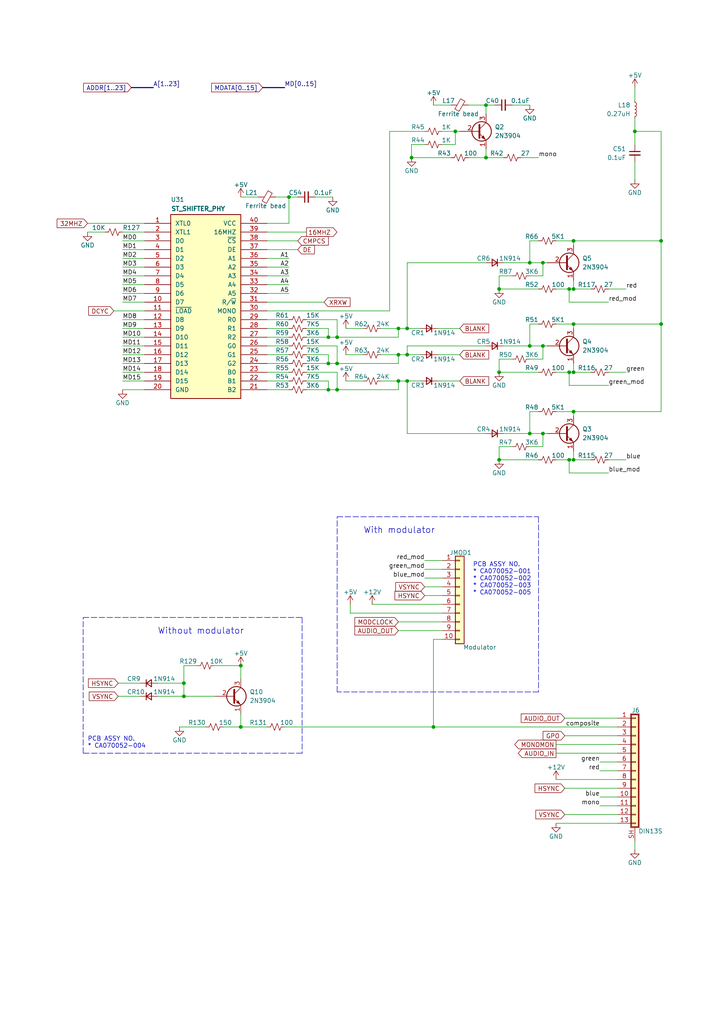
<source format=kicad_sch>
(kicad_sch (version 20211123) (generator eeschema)
  (paper "A4" portrait)
  (title_block (title "Converted schematics of Atari 260/520 ST") (date "2023-04-29") (rev "0") (comment 1 "…sporniket/kicad-conversions--atari-260-520-st-motherboard--c070231") (comment 2 "Original repository : https://github.com/…") (comment 4 "Reference : C070231"))
  (lib_symbols
    (symbol "Connector_Generic:Conn_01x10" (pin_names (offset 1.016) hide)
      (property "Reference" "J" (at 0 12.7 0))
      (property "Value" "Conn_01x10" (at 0 -15.24 0))
      (symbol "Conn_01x10_1_1"
        (rectangle (start -1.27 -12.573) (end 0 -12.827) (stroke (width 0.1524)))
        (rectangle (start -1.27 -10.033) (end 0 -10.287) (stroke (width 0.1524)))
        (rectangle (start -1.27 -7.493) (end 0 -7.747) (stroke (width 0.1524)))
        (rectangle (start -1.27 -4.953) (end 0 -5.207) (stroke (width 0.1524)))
        (rectangle (start -1.27 -2.413) (end 0 -2.667) (stroke (width 0.1524)))
        (rectangle (start -1.27 0.127) (end 0 -0.127) (stroke (width 0.1524)))
        (rectangle (start -1.27 2.667) (end 0 2.413) (stroke (width 0.1524)))
        (rectangle (start -1.27 5.207) (end 0 4.953) (stroke (width 0.1524)))
        (rectangle (start -1.27 7.747) (end 0 7.493) (stroke (width 0.1524)))
        (rectangle (start -1.27 10.287) (end 0 10.033) (stroke (width 0.1524)))
        (rectangle (start -1.27 11.43) (end 1.27 -13.97) (stroke (width 0.254)) (fill (type background)))
        (pin passive line (at -5.08 10.16 0) (length 3.81) (name "Pin_1") (number "1"))
        (pin passive line (at -5.08 -12.7 0) (length 3.81) (name "Pin_10") (number "10"))
        (pin passive line (at -5.08 7.62 0) (length 3.81) (name "Pin_2") (number "2"))
        (pin passive line (at -5.08 5.08 0) (length 3.81) (name "Pin_3") (number "3"))
        (pin passive line (at -5.08 2.54 0) (length 3.81) (name "Pin_4") (number "4"))
        (pin passive line (at -5.08 0 0) (length 3.81) (name "Pin_5") (number "5"))
        (pin passive line (at -5.08 -2.54 0) (length 3.81) (name "Pin_6") (number "6"))
        (pin passive line (at -5.08 -5.08 0) (length 3.81) (name "Pin_7") (number "7"))
        (pin passive line (at -5.08 -7.62 0) (length 3.81) (name "Pin_8") (number "8"))
        (pin passive line (at -5.08 -10.16 0) (length 3.81) (name "Pin_9") (number "9"))
      )
    )
    (symbol "Connector_Generic_Shielded:Conn_01x13_Shielded" (pin_names (offset 1.016) hide)
      (property "Reference" "J" (at 0.254 17.526 0))
      (property "Value" "Conn_01x13_Shielded" (at 1.016 -17.526 0))
      (symbol "Conn_01x13_Shielded_1_1"
        (rectangle (start -1.27 16.51) (end 1.27 -16.51) (stroke (width 0.1524)))
        (rectangle (start -1.016 -15.113) (end 0.254 -15.367) (stroke (width 0.1524)))
        (rectangle (start -1.016 -12.573) (end 0.254 -12.827) (stroke (width 0.1524)))
        (rectangle (start -1.016 -10.033) (end 0.254 -10.287) (stroke (width 0.1524)))
        (rectangle (start -1.016 -7.493) (end 0.254 -7.747) (stroke (width 0.1524)))
        (rectangle (start -1.016 -4.953) (end 0.254 -5.207) (stroke (width 0.1524)))
        (rectangle (start -1.016 -2.413) (end 0.254 -2.667) (stroke (width 0.1524)))
        (rectangle (start -1.016 0.127) (end 0.254 -0.127) (stroke (width 0.1524)))
        (rectangle (start -1.016 2.667) (end 0.254 2.413) (stroke (width 0.1524)))
        (rectangle (start -1.016 5.207) (end 0.254 4.953) (stroke (width 0.1524)))
        (rectangle (start -1.016 7.747) (end 0.254 7.493) (stroke (width 0.1524)))
        (rectangle (start -1.016 10.287) (end 0.254 10.033) (stroke (width 0.1524)))
        (rectangle (start -1.016 12.827) (end 0.254 12.573) (stroke (width 0.1524)))
        (rectangle (start -1.016 15.367) (end 0.254 15.113) (stroke (width 0.1524)))
        (rectangle (start -1.016 16.256) (end 1.016 -16.256) (stroke (width 0.254)) (fill (type background)))
        (pin passive line (at -5.08 15.24 0) (length 4.064) (name "Pin_1") (number "1"))
        (pin passive line (at -5.08 -7.62 0) (length 4.064) (name "Pin_10") (number "10"))
        (pin passive line (at -5.08 -10.16 0) (length 4.064) (name "Pin_11") (number "11"))
        (pin passive line (at -5.08 -12.7 0) (length 4.064) (name "Pin_12") (number "12"))
        (pin passive line (at -5.08 -15.24 0) (length 4.064) (name "Pin_13") (number "13"))
        (pin passive line (at -5.08 12.7 0) (length 4.064) (name "Pin_2") (number "2"))
        (pin passive line (at -5.08 10.16 0) (length 4.064) (name "Pin_3") (number "3"))
        (pin passive line (at -5.08 7.62 0) (length 4.064) (name "Pin_4") (number "4"))
        (pin passive line (at -5.08 5.08 0) (length 4.064) (name "Pin_5") (number "5"))
        (pin passive line (at -5.08 2.54 0) (length 4.064) (name "Pin_6") (number "6"))
        (pin passive line (at -5.08 0 0) (length 4.064) (name "Pin_7") (number "7"))
        (pin passive line (at -5.08 -2.54 0) (length 4.064) (name "Pin_8") (number "8"))
        (pin passive line (at -5.08 -5.08 0) (length 4.064) (name "Pin_9") (number "9"))
        (pin passive line (at 0 -20.32 90) (length 3.81) (name "Shield") (number "SH"))
      )
    )
    (symbol "Device:C_Small" (pin_numbers hide) (pin_names (offset 0.254) hide)
      (property "Reference" "C" (at 0.254 1.778 0))
      (property "Value" "C_Small" (at 0.254 -2.032 0))
      (symbol "C_Small_0_1"
        (polyline (pts (xy -1.524 -0.508) (xy 1.524 -0.508)) (stroke (width 0.3302)))
        (polyline (pts (xy -1.524 0.508) (xy 1.524 0.508)) (stroke (width 0.3048)))
      )
      (symbol "C_Small_1_1"
        (pin passive line (at 0 2.54 270) (length 2.032) (name "~") (number "1"))
        (pin passive line (at 0 -2.54 90) (length 2.032) (name "~") (number "2"))
      )
    )
    (symbol "Device:D_Small" (pin_numbers hide) (pin_names (offset 0.254) hide)
      (property "Reference" "D" (at -1.27 2.032 0))
      (property "Value" "D_Small" (at -3.81 -2.032 0))
      (symbol "D_Small_0_1"
        (polyline (pts (xy -0.762 -1.016) (xy -0.762 1.016)) (stroke (width 0.254)))
        (polyline (pts (xy -0.762 0) (xy 0.762 0)))
        (polyline (pts (xy 0.762 -1.016) (xy -0.762 0) (xy 0.762 1.016) (xy 0.762 -1.016)) (stroke (width 0.254)))
      )
      (symbol "D_Small_1_1"
        (pin passive line (at -2.54 0 0) (length 1.778) (name "K") (number "1"))
        (pin passive line (at 2.54 0 180) (length 1.778) (name "A") (number "2"))
      )
    )
    (symbol "Device:Ferrite_Bead_Small" (pin_numbers hide) (pin_names (offset 0))
      (property "Reference" "FB" (at 1.905 1.27 0))
      (property "Value" "Device_Ferrite_Bead_Small" (at 1.905 -1.27 0))
      (symbol "Ferrite_Bead_Small_0_1"
        (polyline (pts (xy 0 -1.27) (xy 0 -0.7874)))
        (polyline (pts (xy 0 0.889) (xy 0 1.2954)))
        (polyline (pts (xy -1.8288 0.2794) (xy -1.1176 1.4986) (xy 1.8288 -0.2032) (xy 1.1176 -1.4224) (xy -1.8288 0.2794)))
      )
      (symbol "Ferrite_Bead_Small_1_1"
        (pin passive line (at 0 2.54 270) (length 1.27) (name "~") (number "1"))
        (pin passive line (at 0 -2.54 90) (length 1.27) (name "~") (number "2"))
      )
    )
    (symbol "Device:L_Small" (pin_numbers hide) (pin_names (offset 0.254) hide)
      (property "Reference" "L" (at 0.762 1.016 0))
      (property "Value" "L_Small" (at 0.762 -1.016 0))
      (symbol "L_Small_0_1"
        (arc (start 0 -2.032) (mid 0.508 -1.524) (end 0 -1.016))
        (arc (start 0 -1.016) (mid 0.508 -0.508) (end 0 0))
        (arc (start 0 0) (mid 0.508 0.508) (end 0 1.016))
        (arc (start 0 1.016) (mid 0.508 1.524) (end 0 2.032))
      )
      (symbol "L_Small_1_1"
        (pin passive line (at 0 2.54 270) (length 0.508) (name "~") (number "1"))
        (pin passive line (at 0 -2.54 90) (length 0.508) (name "~") (number "2"))
      )
    )
    (symbol "Device:Q_NPN_EBC" (pin_names (offset 0) hide)
      (property "Reference" "Q" (at 5.08 1.27 0))
      (property "Value" "Q_NPN_EBC" (at 5.08 -1.27 0))
      (symbol "Q_NPN_EBC_0_1"
        (polyline (pts (xy 0.635 0.635) (xy 2.54 2.54)))
        (polyline (pts (xy 0.635 -0.635) (xy 2.54 -2.54) (xy 2.54 -2.54)))
        (polyline (pts (xy 0.635 1.905) (xy 0.635 -1.905) (xy 0.635 -1.905)) (stroke (width 0.508)))
        (polyline (pts (xy 1.27 -1.778) (xy 1.778 -1.27) (xy 2.286 -2.286) (xy 1.27 -1.778) (xy 1.27 -1.778)) (fill (type outline)))
        (circle (center 1.27 0) (radius 2.8194) (stroke (width 0.254)))
      )
      (symbol "Q_NPN_EBC_1_1"
        (pin passive line (at 2.54 -5.08 90) (length 2.54) (name "E") (number "1"))
        (pin passive line (at -5.08 0 0) (length 5.715) (name "B") (number "2"))
        (pin passive line (at 2.54 5.08 270) (length 2.54) (name "C") (number "3"))
      )
    )
    (symbol "Device:R_Small_US" (pin_numbers hide) (pin_names (offset 0.254) hide)
      (property "Reference" "R" (at 0.762 0.508 0))
      (property "Value" "R_Small_US" (at 0.762 -1.016 0))
      (symbol "R_Small_US_1_1"
        (polyline (pts (xy 0 0) (xy 1.016 -0.381) (xy 0 -0.762) (xy -1.016 -1.143) (xy 0 -1.524)))
        (polyline (pts (xy 0 1.524) (xy 1.016 1.143) (xy 0 0.762) (xy -1.016 0.381) (xy 0 0)))
        (pin passive line (at 0 2.54 270) (length 1.016) (name "~") (number "1"))
        (pin passive line (at 0 -2.54 90) (length 1.016) (name "~") (number "2"))
      )
    )
    (symbol "power:+12V" (power) (pin_names (offset 0))
      (property "Value" "+12V" (at 0 3.556 0))
      (symbol "+12V_0_1"
        (polyline (pts (xy -0.762 1.27) (xy 0 2.54)))
        (polyline (pts (xy 0 0) (xy 0 2.54)))
        (polyline (pts (xy 0 2.54) (xy 0.762 1.27)))
      )
      (symbol "+12V_1_1"
        (pin power_in line (at 0 0 90) (length 0) hide (name "+12V") (number "1"))
      )
    )
    (symbol "power:+5V" (power) (pin_names (offset 0))
      (property "Value" "+5V" (at 0 3.556 0))
      (symbol "+5V_0_1"
        (polyline (pts (xy -0.762 1.27) (xy 0 2.54)))
        (polyline (pts (xy 0 0) (xy 0 2.54)))
        (polyline (pts (xy 0 2.54) (xy 0.762 1.27)))
      )
      (symbol "+5V_1_1"
        (pin power_in line (at 0 0 90) (length 0) hide (name "+5V") (number "1"))
      )
    )
    (symbol "power:GND" (power) (pin_names (offset 0))
      (property "Value" "GND" (at 0 -3.81 0))
      (symbol "GND_0_1"
        (polyline (pts (xy 0 0) (xy 0 -1.27) (xy 1.27 -1.27) (xy 0 -2.54) (xy -1.27 -1.27) (xy 0 -1.27)))
      )
      (symbol "GND_1_1"
        (pin power_in line (at 0 0 270) (length 0) hide (name "GND") (number "1"))
      )
    )
    (symbol "st_shifter:ST_SHIFTER_PHY" (pin_names (offset 1.27))
      (property "Reference" "U" (at -10.16 31.75 0))
      (property "Value" "ST_SHIFTER_PHY" (at -10.16 29.21 0))
      (symbol "ST_SHIFTER_PHY_0_0"
        (rectangle (start -10.16 26.67) (end 10.16 -26.67) (stroke (width 0.254)) (fill (type background)))
        (pin input line (at -17.78 24.13 0) (length 7.62) (name "XTL0") (number "1"))
        (pin bidirectional line (at -17.78 1.27 0) (length 7.62) (name "D7") (number "10"))
        (pin input line (at -17.78 -1.27 0) (length 7.62) (name "~{LOAD}") (number "11"))
        (pin bidirectional line (at -17.78 -3.81 0) (length 7.62) (name "D8") (number "12"))
        (pin bidirectional line (at -17.78 -6.35 0) (length 7.62) (name "D9") (number "13"))
        (pin bidirectional line (at -17.78 -8.89 0) (length 7.62) (name "D10") (number "14"))
        (pin bidirectional line (at -17.78 -11.43 0) (length 7.62) (name "D11") (number "15"))
        (pin bidirectional line (at -17.78 -13.97 0) (length 7.62) (name "D12") (number "16"))
        (pin bidirectional line (at -17.78 -16.51 0) (length 7.62) (name "D13") (number "17"))
        (pin bidirectional line (at -17.78 -19.05 0) (length 7.62) (name "D14") (number "18"))
        (pin bidirectional line (at -17.78 -21.59 0) (length 7.62) (name "D15") (number "19"))
        (pin input line (at -17.78 21.59 0) (length 7.62) (name "XTL1") (number "2"))
        (pin power_in line (at -17.78 -24.13 0) (length 7.62) (name "GND") (number "20"))
        (pin output line (at 17.78 -24.13 180) (length 7.62) (name "B2") (number "21"))
        (pin output line (at 17.78 -21.59 180) (length 7.62) (name "B1") (number "22"))
        (pin output line (at 17.78 -19.05 180) (length 7.62) (name "B0") (number "23"))
        (pin output line (at 17.78 -16.51 180) (length 7.62) (name "G2") (number "24"))
        (pin output line (at 17.78 -13.97 180) (length 7.62) (name "G1") (number "25"))
        (pin output line (at 17.78 -11.43 180) (length 7.62) (name "G0") (number "26"))
        (pin output line (at 17.78 -8.89 180) (length 7.62) (name "R2") (number "27"))
        (pin output line (at 17.78 -6.35 180) (length 7.62) (name "R1") (number "28"))
        (pin output line (at 17.78 -3.81 180) (length 7.62) (name "R0") (number "29"))
        (pin bidirectional line (at -17.78 19.05 0) (length 7.62) (name "D0") (number "3"))
        (pin output line (at 17.78 -1.27 180) (length 7.62) (name "MONO") (number "30"))
        (pin input line (at 17.78 1.27 180) (length 7.62) (name "R/~{W}") (number "31"))
        (pin input line (at 17.78 3.81 180) (length 7.62) (name "A5") (number "32"))
        (pin input line (at 17.78 6.35 180) (length 7.62) (name "A4") (number "33"))
        (pin input line (at 17.78 8.89 180) (length 7.62) (name "A3") (number "34"))
        (pin input line (at 17.78 11.43 180) (length 7.62) (name "A2") (number "35"))
        (pin input line (at 17.78 13.97 180) (length 7.62) (name "A1") (number "36"))
        (pin input line (at 17.78 16.51 180) (length 7.62) (name "DE") (number "37"))
        (pin input line (at 17.78 19.05 180) (length 7.62) (name "~{CS}") (number "38"))
        (pin output line (at 17.78 21.59 180) (length 7.62) (name "16MHZ") (number "39"))
        (pin bidirectional line (at -17.78 16.51 0) (length 7.62) (name "D1") (number "4"))
        (pin power_in line (at 17.78 24.13 180) (length 7.62) (name "VCC") (number "40"))
        (pin bidirectional line (at -17.78 13.97 0) (length 7.62) (name "D2") (number "5"))
        (pin bidirectional line (at -17.78 11.43 0) (length 7.62) (name "D3") (number "6"))
        (pin bidirectional line (at -17.78 8.89 0) (length 7.62) (name "D4") (number "7"))
        (pin bidirectional line (at -17.78 6.35 0) (length 7.62) (name "D5") (number "8"))
        (pin bidirectional line (at -17.78 3.81 0) (length 7.62) (name "D6") (number "9"))
      )
    )
  )
  (junction (at 119.38 45.72))
  (junction (at 144.78 107.95))
  (junction (at 53.34 198.12))
  (junction (at 165.1 107.95))
  (junction (at 53.34 201.93))
  (junction (at 115.57 102.87))
  (junction (at 166.37 107.95))
  (junction (at 184.15 38.1))
  (junction (at 166.37 93.98))
  (junction (at 132.08 38.1))
  (junction (at 165.1 133.35))
  (junction (at 144.78 83.82))
  (junction (at 115.57 95.25))
  (junction (at 69.85 210.82))
  (junction (at 83.82 57.15))
  (junction (at 140.97 30.48))
  (junction (at 95.25 105.41))
  (junction (at 95.25 97.79))
  (junction (at 97.79 97.79))
  (junction (at 157.48 76.2))
  (junction (at 69.85 193.04))
  (junction (at 115.57 110.49))
  (junction (at 118.11 95.25))
  (junction (at 166.37 119.38))
  (junction (at 166.37 83.82))
  (junction (at 153.67 100.33))
  (junction (at 118.11 102.87))
  (junction (at 157.48 125.73))
  (junction (at 97.79 113.03))
  (junction (at 166.37 69.85))
  (junction (at 153.67 76.2))
  (junction (at 97.79 105.41))
  (junction (at 191.77 69.85))
  (junction (at 191.77 93.98))
  (junction (at 157.48 100.33))
  (junction (at 165.1 83.82))
  (junction (at 125.73 210.82))
  (junction (at 140.97 45.72))
  (junction (at 153.67 125.73))
  (junction (at 118.11 110.49))
  (junction (at 95.25 113.03))
  (junction (at 166.37 133.35))
  (junction (at 144.78 133.35))
  (wire (pts (xy 118.11 95.25) (xy 118.11 76.2)))
  (wire (pts (xy 83.82 92.71) (xy 77.47 92.71)))
  (wire (pts (xy 88.9 113.03) (xy 95.25 113.03)))
  (wire (pts (xy 157.48 125.73) (xy 153.67 125.73)))
  (wire (pts (xy 191.77 38.1) (xy 184.15 38.1)))
  (wire (pts (xy 165.1 83.82) (xy 166.37 83.82)))
  (wire (pts (xy 97.79 92.71) (xy 97.79 97.79)))
  (wire (pts (xy 153.67 119.38) (xy 153.67 125.73)))
  (wire (pts (xy 123.19 165.1) (xy 128.27 165.1)))
  (wire (pts (xy 161.29 69.85) (xy 166.37 69.85)))
  (wire (pts (xy 77.47 90.17) (xy 113.03 90.17)))
  (wire (pts (xy 69.85 210.82) (xy 77.47 210.82)))
  (wire (pts (xy 69.85 196.85) (xy 69.85 193.04)))
  (wire (pts (xy 157.48 100.33) (xy 153.67 100.33)))
  (wire (pts (xy 115.57 102.87) (xy 115.57 105.41)))
  (wire (pts (xy 35.56 80.01) (xy 41.91 80.01)))
  (wire (pts (xy 57.15 193.04) (xy 53.34 193.04)))
  (wire (pts (xy 132.08 41.91) (xy 132.08 38.1)))
  (wire (pts (xy 130.81 45.72) (xy 119.38 45.72)))
  (wire (pts (xy 191.77 69.85) (xy 191.77 38.1)))
  (wire (pts (xy 83.82 82.55) (xy 77.47 82.55)))
  (wire (pts (xy 80.01 57.15) (xy 83.82 57.15)))
  (wire (pts (xy 69.85 210.82) (xy 64.77 210.82)))
  (wire (pts (xy 62.23 193.04) (xy 69.85 193.04)))
  (wire (pts (xy 53.34 201.93) (xy 62.23 201.93)))
  (wire (pts (xy 110.49 95.25) (xy 115.57 95.25)))
  (wire (pts (xy 166.37 69.85) (xy 191.77 69.85)))
  (wire (pts (xy 35.56 77.47) (xy 41.91 77.47)))
  (wire (pts (xy 166.37 105.41) (xy 166.37 107.95)))
  (wire (pts (xy 88.9 105.41) (xy 95.25 105.41)))
  (wire (pts (xy 115.57 102.87) (xy 118.11 102.87)))
  (wire (pts (xy 97.79 113.03) (xy 115.57 113.03)))
  (wire (pts (xy 153.67 69.85) (xy 153.67 76.2)))
  (wire (pts (xy 118.11 100.33) (xy 140.97 100.33)))
  (wire (pts (xy 166.37 119.38) (xy 191.77 119.38)))
  (polyline (pts (xy 24.13 179.07) (xy 87.63 179.07)))
  (wire (pts (xy 83.82 95.25) (xy 77.47 95.25)))
  (wire (pts (xy 118.11 125.73) (xy 140.97 125.73)))
  (wire (pts (xy 133.35 102.87) (xy 127 102.87)))
  (wire (pts (xy 119.38 41.91) (xy 123.19 41.91)))
  (wire (pts (xy 100.33 110.49) (xy 105.41 110.49)))
  (wire (pts (xy 35.56 107.95) (xy 41.91 107.95)))
  (wire (pts (xy 83.82 105.41) (xy 77.47 105.41)))
  (wire (pts (xy 83.82 64.77) (xy 77.47 64.77)))
  (wire (pts (xy 83.82 57.15) (xy 86.36 57.15)))
  (wire (pts (xy 113.03 38.1) (xy 123.19 38.1)))
  (wire (pts (xy 88.9 92.71) (xy 97.79 92.71)))
  (wire (pts (xy 88.9 110.49) (xy 95.25 110.49)))
  (wire (pts (xy 35.56 87.63) (xy 41.91 87.63)))
  (wire (pts (xy 97.79 107.95) (xy 97.79 113.03)))
  (wire (pts (xy 156.21 69.85) (xy 153.67 69.85)))
  (wire (pts (xy 191.77 119.38) (xy 191.77 93.98)))
  (wire (pts (xy 95.25 95.25) (xy 95.25 97.79)))
  (wire (pts (xy 144.78 80.01) (xy 148.59 80.01)))
  (wire (pts (xy 176.53 133.35) (xy 181.61 133.35)))
  (wire (pts (xy 35.56 102.87) (xy 41.91 102.87)))
  (polyline (pts (xy 24.13 218.44) (xy 24.13 179.07)))
  (polyline (pts (xy 87.63 218.44) (xy 24.13 218.44)))
  (wire (pts (xy 158.75 125.73) (xy 157.48 125.73)))
  (wire (pts (xy 125.73 30.48) (xy 130.81 30.48)))
  (wire (pts (xy 95.25 110.49) (xy 95.25 113.03)))
  (wire (pts (xy 83.82 80.01) (xy 77.47 80.01)))
  (wire (pts (xy 33.02 90.17) (xy 41.91 90.17)))
  (wire (pts (xy 163.83 208.28) (xy 179.07 208.28)))
  (wire (pts (xy 165.1 133.35) (xy 165.1 137.16)))
  (wire (pts (xy 83.82 113.03) (xy 77.47 113.03)))
  (wire (pts (xy 163.83 236.22) (xy 179.07 236.22)))
  (wire (pts (xy 95.25 97.79) (xy 97.79 97.79)))
  (wire (pts (xy 35.56 113.03) (xy 41.91 113.03)))
  (wire (pts (xy 157.48 80.01) (xy 157.48 76.2)))
  (wire (pts (xy 82.55 210.82) (xy 125.73 210.82)))
  (wire (pts (xy 83.82 102.87) (xy 77.47 102.87)))
  (wire (pts (xy 88.9 102.87) (xy 95.25 102.87)))
  (wire (pts (xy 118.11 76.2) (xy 140.97 76.2)))
  (wire (pts (xy 163.83 213.36) (xy 179.07 213.36)))
  (wire (pts (xy 125.73 185.42) (xy 128.27 185.42)))
  (wire (pts (xy 97.79 100.33) (xy 97.79 105.41)))
  (wire (pts (xy 166.37 133.35) (xy 171.45 133.35)))
  (wire (pts (xy 153.67 76.2) (xy 146.05 76.2)))
  (wire (pts (xy 53.34 198.12) (xy 53.34 201.93)))
  (wire (pts (xy 83.82 74.93) (xy 77.47 74.93)))
  (wire (pts (xy 156.21 133.35) (xy 144.78 133.35)))
  (wire (pts (xy 173.99 233.68) (xy 179.07 233.68)))
  (wire (pts (xy 140.97 43.18) (xy 140.97 45.72)))
  (wire (pts (xy 100.33 102.87) (xy 105.41 102.87)))
  (wire (pts (xy 115.57 95.25) (xy 115.57 97.79)))
  (wire (pts (xy 83.82 100.33) (xy 77.47 100.33)))
  (wire (pts (xy 77.47 69.85) (xy 86.36 69.85)))
  (wire (pts (xy 35.56 97.79) (xy 41.91 97.79)))
  (wire (pts (xy 165.1 87.63) (xy 176.53 87.63)))
  (wire (pts (xy 161.29 93.98) (xy 166.37 93.98)))
  (wire (pts (xy 156.21 119.38) (xy 153.67 119.38)))
  (wire (pts (xy 88.9 107.95) (xy 97.79 107.95)))
  (wire (pts (xy 35.56 85.09) (xy 41.91 85.09)))
  (polyline (pts (xy 156.21 149.86) (xy 156.21 200.66)))
  (wire (pts (xy 35.56 69.85) (xy 41.91 69.85)))
  (bus (pts (xy 82.55 25.4) (xy 76.2 25.4)))
  (wire (pts (xy 166.37 107.95) (xy 171.45 107.95)))
  (wire (pts (xy 95.25 102.87) (xy 95.25 105.41)))
  (wire (pts (xy 133.35 38.1) (xy 132.08 38.1)))
  (wire (pts (xy 119.38 45.72) (xy 119.38 41.91)))
  (wire (pts (xy 158.75 76.2) (xy 157.48 76.2)))
  (wire (pts (xy 128.27 41.91) (xy 132.08 41.91)))
  (wire (pts (xy 165.1 137.16) (xy 176.53 137.16)))
  (wire (pts (xy 118.11 110.49) (xy 121.92 110.49)))
  (wire (pts (xy 165.1 107.95) (xy 165.1 111.76)))
  (wire (pts (xy 107.95 175.26) (xy 128.27 175.26)))
  (bus (pts (xy 44.45 25.4) (xy 38.1 25.4)))
  (wire (pts (xy 83.82 64.77) (xy 83.82 57.15)))
  (wire (pts (xy 123.19 170.18) (xy 128.27 170.18)))
  (wire (pts (xy 173.99 231.14) (xy 179.07 231.14)))
  (wire (pts (xy 153.67 125.73) (xy 146.05 125.73)))
  (wire (pts (xy 153.67 129.54) (xy 157.48 129.54)))
  (wire (pts (xy 184.15 34.29) (xy 184.15 38.1)))
  (wire (pts (xy 95.25 105.41) (xy 97.79 105.41)))
  (wire (pts (xy 95.25 113.03) (xy 97.79 113.03)))
  (wire (pts (xy 34.29 198.12) (xy 40.64 198.12)))
  (wire (pts (xy 166.37 95.25) (xy 166.37 93.98)))
  (wire (pts (xy 118.11 110.49) (xy 118.11 125.73)))
  (wire (pts (xy 125.73 210.82) (xy 179.07 210.82)))
  (wire (pts (xy 118.11 102.87) (xy 118.11 100.33)))
  (wire (pts (xy 127 110.49) (xy 133.35 110.49)))
  (polyline (pts (xy 97.79 149.86) (xy 156.21 149.86)))
  (wire (pts (xy 91.44 57.15) (xy 96.52 57.15)))
  (wire (pts (xy 144.78 104.14) (xy 148.59 104.14)))
  (wire (pts (xy 132.08 38.1) (xy 128.27 38.1)))
  (wire (pts (xy 165.1 133.35) (xy 166.37 133.35)))
  (wire (pts (xy 161.29 133.35) (xy 165.1 133.35)))
  (wire (pts (xy 35.56 82.55) (xy 41.91 82.55)))
  (wire (pts (xy 191.77 93.98) (xy 191.77 69.85)))
  (wire (pts (xy 69.85 207.01) (xy 69.85 210.82)))
  (wire (pts (xy 165.1 107.95) (xy 166.37 107.95)))
  (wire (pts (xy 153.67 104.14) (xy 157.48 104.14)))
  (wire (pts (xy 101.6 175.26) (xy 101.6 177.8)))
  (wire (pts (xy 157.48 76.2) (xy 153.67 76.2)))
  (wire (pts (xy 135.89 45.72) (xy 140.97 45.72)))
  (wire (pts (xy 83.82 97.79) (xy 77.47 97.79)))
  (wire (pts (xy 110.49 102.87) (xy 115.57 102.87)))
  (wire (pts (xy 118.11 95.25) (xy 121.92 95.25)))
  (wire (pts (xy 69.85 57.15) (xy 74.93 57.15)))
  (wire (pts (xy 144.78 83.82) (xy 144.78 80.01)))
  (wire (pts (xy 110.49 110.49) (xy 115.57 110.49)))
  (wire (pts (xy 53.34 201.93) (xy 45.72 201.93)))
  (wire (pts (xy 83.82 107.95) (xy 77.47 107.95)))
  (wire (pts (xy 25.4 64.77) (xy 41.91 64.77)))
  (wire (pts (xy 184.15 246.38) (xy 184.15 243.84)))
  (wire (pts (xy 77.47 67.31) (xy 88.9 67.31)))
  (wire (pts (xy 144.78 133.35) (xy 144.78 129.54)))
  (wire (pts (xy 101.6 177.8) (xy 128.27 177.8)))
  (wire (pts (xy 184.15 38.1) (xy 184.15 41.91)))
  (wire (pts (xy 161.29 215.9) (xy 179.07 215.9)))
  (wire (pts (xy 83.82 85.09) (xy 77.47 85.09)))
  (wire (pts (xy 157.48 129.54) (xy 157.48 125.73)))
  (wire (pts (xy 135.89 30.48) (xy 140.97 30.48)))
  (wire (pts (xy 88.9 100.33) (xy 97.79 100.33)))
  (wire (pts (xy 158.75 100.33) (xy 157.48 100.33)))
  (wire (pts (xy 163.83 228.6) (xy 179.07 228.6)))
  (wire (pts (xy 156.21 107.95) (xy 144.78 107.95)))
  (wire (pts (xy 83.82 77.47) (xy 77.47 77.47)))
  (wire (pts (xy 166.37 120.65) (xy 166.37 119.38)))
  (wire (pts (xy 83.82 110.49) (xy 77.47 110.49)))
  (wire (pts (xy 166.37 93.98) (xy 191.77 93.98)))
  (wire (pts (xy 127 95.25) (xy 133.35 95.25)))
  (wire (pts (xy 35.56 92.71) (xy 41.91 92.71)))
  (wire (pts (xy 115.57 110.49) (xy 118.11 110.49)))
  (polyline (pts (xy 97.79 200.66) (xy 97.79 149.86)))
  (wire (pts (xy 35.56 67.31) (xy 41.91 67.31)))
  (wire (pts (xy 115.57 95.25) (xy 118.11 95.25)))
  (wire (pts (xy 148.59 30.48) (xy 153.67 30.48)))
  (polyline (pts (xy 156.21 200.66) (xy 97.79 200.66)))
  (wire (pts (xy 166.37 81.28) (xy 166.37 83.82)))
  (wire (pts (xy 157.48 104.14) (xy 157.48 100.33)))
  (wire (pts (xy 144.78 107.95) (xy 144.78 104.14)))
  (wire (pts (xy 115.57 180.34) (xy 128.27 180.34)))
  (wire (pts (xy 35.56 105.41) (xy 41.91 105.41)))
  (wire (pts (xy 166.37 71.12) (xy 166.37 69.85)))
  (wire (pts (xy 140.97 45.72) (xy 146.05 45.72)))
  (wire (pts (xy 166.37 130.81) (xy 166.37 133.35)))
  (wire (pts (xy 53.34 193.04) (xy 53.34 198.12)))
  (wire (pts (xy 184.15 46.99) (xy 184.15 52.07)))
  (wire (pts (xy 35.56 74.93) (xy 41.91 74.93)))
  (wire (pts (xy 115.57 182.88) (xy 128.27 182.88)))
  (wire (pts (xy 35.56 100.33) (xy 41.91 100.33)))
  (wire (pts (xy 156.21 93.98) (xy 153.67 93.98)))
  (wire (pts (xy 97.79 105.41) (xy 115.57 105.41)))
  (wire (pts (xy 176.53 107.95) (xy 181.61 107.95)))
  (wire (pts (xy 88.9 95.25) (xy 95.25 95.25)))
  (wire (pts (xy 165.1 83.82) (xy 165.1 87.63)))
  (wire (pts (xy 161.29 218.44) (xy 179.07 218.44)))
  (wire (pts (xy 100.33 95.25) (xy 105.41 95.25)))
  (wire (pts (xy 125.73 185.42) (xy 125.73 210.82)))
  (wire (pts (xy 165.1 111.76) (xy 176.53 111.76)))
  (wire (pts (xy 113.03 38.1) (xy 113.03 90.17)))
  (wire (pts (xy 123.19 167.64) (xy 128.27 167.64)))
  (wire (pts (xy 77.47 72.39) (xy 86.36 72.39)))
  (wire (pts (xy 35.56 110.49) (xy 41.91 110.49)))
  (wire (pts (xy 161.29 83.82) (xy 165.1 83.82)))
  (wire (pts (xy 161.29 226.06) (xy 179.07 226.06)))
  (wire (pts (xy 123.19 172.72) (xy 128.27 172.72)))
  (wire (pts (xy 123.19 162.56) (xy 128.27 162.56)))
  (wire (pts (xy 35.56 95.25) (xy 41.91 95.25)))
  (wire (pts (xy 40.64 201.93) (xy 34.29 201.93)))
  (wire (pts (xy 153.67 100.33) (xy 146.05 100.33)))
  (wire (pts (xy 173.99 220.98) (xy 179.07 220.98)))
  (polyline (pts (xy 87.63 179.07) (xy 87.63 218.44)))
  (wire (pts (xy 166.37 83.82) (xy 171.45 83.82)))
  (wire (pts (xy 161.29 119.38) (xy 166.37 119.38)))
  (wire (pts (xy 97.79 97.79) (xy 115.57 97.79)))
  (wire (pts (xy 77.47 87.63) (xy 93.98 87.63)))
  (wire (pts (xy 184.15 25.4) (xy 184.15 29.21)))
  (wire (pts (xy 52.07 210.82) (xy 59.69 210.82)))
  (wire (pts (xy 144.78 129.54) (xy 148.59 129.54)))
  (wire (pts (xy 153.67 93.98) (xy 153.67 100.33)))
  (wire (pts (xy 45.72 198.12) (xy 53.34 198.12)))
  (wire (pts (xy 153.67 80.01) (xy 157.48 80.01)))
  (wire (pts (xy 30.48 67.31) (xy 25.4 67.31)))
  (wire (pts (xy 176.53 83.82) (xy 181.61 83.82)))
  (wire (pts (xy 140.97 33.02) (xy 140.97 30.48)))
  (wire (pts (xy 118.11 102.87) (xy 121.92 102.87)))
  (wire (pts (xy 156.21 83.82) (xy 144.78 83.82)))
  (wire (pts (xy 35.56 72.39) (xy 41.91 72.39)))
  (wire (pts (xy 173.99 223.52) (xy 179.07 223.52)))
  (wire (pts (xy 140.97 30.48) (xy 143.51 30.48)))
  (wire (pts (xy 115.57 110.49) (xy 115.57 113.03)))
  (wire (pts (xy 161.29 107.95) (xy 165.1 107.95)))
  (wire (pts (xy 161.29 238.76) (xy 179.07 238.76)))
  (wire (pts (xy 151.13 45.72) (xy 156.21 45.72)))
  (wire (pts (xy 88.9 97.79) (xy 95.25 97.79)))
  (text "With modulator" (at 105.41 154.94 0) (effects (font (size 1.8034 1.8034)) (justify left bottom)))
  (text "PCB ASSY NO.\n* CA070052-004" (at 25.4 217.17 0) (effects (font (size 1.27 1.27)) (justify left bottom)))
  (text "PCB ASSY NO.\n* CA070052-001\n* CA070052-002\n* CA070052-003\n* CA070052-005\n" (at 137.16 172.72 0) (effects (font (size 1.27 1.27)) (justify left bottom)))
  (text "Without modulator" (at 45.72 184.15 0) (effects (font (size 1.8034 1.8034)) (justify left bottom)))
  (label "MD6" (at 35.56 85.09 0))
  (label "MD7" (at 35.56 87.63 0))
  (label "A5" (at 83.82 85.09 180))
  (label "green_mod" (at 176.53 111.76 0))
  (label "A1" (at 83.82 74.93 180))
  (label "red" (at 181.61 83.82 0))
  (label "MD0" (at 35.56 69.85 0))
  (label "mono" (at 156.21 45.72 0))
  (label "MD2" (at 35.56 74.93 0))
  (label "composite" (at 173.99 210.82 180))
  (label "MD12" (at 35.56 102.87 0))
  (label "green_mod" (at 123.19 165.1 180))
  (label "mono" (at 173.99 233.68 180))
  (label "A[1..23]" (at 44.45 25.4 0))
  (label "green" (at 181.61 107.95 0))
  (label "MD4" (at 35.56 80.01 0))
  (label "green" (at 173.99 220.98 180))
  (label "blue" (at 173.99 231.14 180))
  (label "A4" (at 83.82 82.55 180))
  (label "blue_mod" (at 176.53 137.16 0))
  (label "red_mod" (at 176.53 87.63 0))
  (label "MD1" (at 35.56 72.39 0))
  (label "red_mod" (at 123.19 162.56 180))
  (label "blue" (at 181.61 133.35 0))
  (label "A2" (at 83.82 77.47 180))
  (label "MD8" (at 35.56 92.71 0))
  (label "MD15" (at 35.56 110.49 0))
  (label "MD3" (at 35.56 77.47 0))
  (label "blue_mod" (at 123.19 167.64 180))
  (label "MD13" (at 35.56 105.41 0))
  (label "A3" (at 83.82 80.01 180))
  (label "MD11" (at 35.56 100.33 0))
  (label "MD14" (at 35.56 107.95 0))
  (label "MD9" (at 35.56 95.25 0))
  (label "MD[0..15]" (at 82.55 25.4 0))
  (label "MD5" (at 35.56 82.55 0))
  (label "red" (at 173.99 223.52 180))
  (label "MD10" (at 35.56 97.79 0))
  (global_label "VSYNC" (shape input) (at 34.29 201.93 180) (property "Intersheet References" "${INTERSHEET_REFS}" (effects hide)))
  (global_label "CMPCS" (shape input) (at 86.36 69.85 0) (property "Intersheet References" "${INTERSHEET_REFS}" (effects hide)))
  (global_label "MONOMON" (shape output) (at 161.29 215.9 180) (property "Intersheet References" "${INTERSHEET_REFS}" (effects hide)))
  (global_label "HSYNC" (shape input) (at 163.83 228.6 180) (property "Intersheet References" "${INTERSHEET_REFS}" (effects hide)))
  (global_label "MODCLOCK" (shape input) (at 115.57 180.34 180) (property "Intersheet References" "${INTERSHEET_REFS}" (effects hide)))
  (global_label "AUDIO_OUT" (shape input) (at 115.57 182.88 180) (property "Intersheet References" "${INTERSHEET_REFS}" (effects hide)))
  (global_label "BLANK" (shape input) (at 133.35 102.87 0) (property "Intersheet References" "${INTERSHEET_REFS}" (effects hide)))
  (global_label "AUDIO_IN" (shape output) (at 161.29 218.44 180) (property "Intersheet References" "${INTERSHEET_REFS}" (effects hide)))
  (global_label "32MHZ" (shape input) (at 25.4 64.77 180) (property "Intersheet References" "${INTERSHEET_REFS}" (effects hide)))
  (global_label "BLANK" (shape input) (at 133.35 95.25 0) (property "Intersheet References" "${INTERSHEET_REFS}" (effects hide)))
  (global_label "BLANK" (shape input) (at 133.35 110.49 0) (property "Intersheet References" "${INTERSHEET_REFS}" (effects hide)))
  (global_label "16MHZ" (shape output) (at 88.9 67.31 0) (property "Intersheet References" "${INTERSHEET_REFS}" (effects hide)))
  (global_label "VSYNC" (shape input) (at 123.19 170.18 180) (property "Intersheet References" "${INTERSHEET_REFS}" (effects hide)))
  (global_label "HSYNC" (shape input) (at 123.19 172.72 180) (property "Intersheet References" "${INTERSHEET_REFS}" (effects hide)))
  (global_label "MDATA[0..15]" (shape input) (at 76.2 25.4 180) (property "Intersheet References" "${INTERSHEET_REFS}" (effects hide)))
  (global_label "VSYNC" (shape input) (at 163.83 236.22 180) (property "Intersheet References" "${INTERSHEET_REFS}" (effects hide)))
  (global_label "HSYNC" (shape input) (at 34.29 198.12 180) (property "Intersheet References" "${INTERSHEET_REFS}" (effects hide)))
  (global_label "DCYC" (shape input) (at 33.02 90.17 180) (property "Intersheet References" "${INTERSHEET_REFS}" (effects hide)))
  (global_label "ADDR[1..23]" (shape input) (at 38.1 25.4 180) (property "Intersheet References" "${INTERSHEET_REFS}" (effects hide)))
  (global_label "DE" (shape input) (at 86.36 72.39 0) (property "Intersheet References" "${INTERSHEET_REFS}" (effects hide)))
  (global_label "AUDIO_OUT" (shape input) (at 163.83 208.28 180) (property "Intersheet References" "${INTERSHEET_REFS}" (effects hide)))
  (global_label "XRXW" (shape input) (at 93.98 87.63 0) (property "Intersheet References" "${INTERSHEET_REFS}" (effects hide)))
  (global_label "GPO" (shape input) (at 163.83 213.36 180) (property "Intersheet References" "${INTERSHEET_REFS}" (effects hide)))
  (symbol (lib_id "st_shifter:ST_SHIFTER_PHY") (at 59.69 88.9 0) (unit 1)
    (property "Reference" "U31" (at 49.53 57.15 0) (effects (justify left top)))
    (property "Value" "ST_SHIFTER_PHY" (at 49.53 59.69 0) (effects (font bold) (justify left top)))
    (property "Footprint" "Package_DIP:DIP-40_W15.24mm_LongPads" (effects hide))
    (property "Datasheet" "https://docs.dev-docs.org/htm/search.php?find=internals" (effects hide))
  )
  (symbol (lib_id "Device:R_Small_US") (at 33.02 67.31 270) (unit 1)
    (property "Reference" "R127" (at 35.56 66.04 90) (effects (justify left)))
    (property "Value" "10K" (at 26.67 66.04 90) (effects (justify left)))
    (property "Footprint" "commons-passives_THT:Passive_THT_resistor_W2.54mm_L12.70mm" (effects hide))
  )
  (symbol (lib_id "Device:D_Small") (at 143.51 76.2 180) (unit 1)
    (property "Reference" "CR6" (at 142.24 74.93 0) (effects (justify left)))
    (property "Value" "1N914" (at 151.13 74.93 0) (effects (justify left)))
    (property "Footprint" "commons-passives_THT:Passive_THT_diode_W2.54mm_L12.70mm" (effects hide))
  )
  (symbol (lib_id "Device:D_Small") (at 43.18 198.12 0) (unit 1)
    (property "Reference" "CR9" (at 36.83 196.85 0) (effects (justify left)))
    (property "Value" "1N914" (at 44.45 196.85 0) (effects (justify left)))
    (property "Footprint" "commons-passives_THT:Passive_THT_diode_W2.54mm_L12.70mm" (effects hide))
  )
  (symbol (lib_id "Device:Q_NPN_EBC") (at 163.83 100.33 0) (unit 1)
    (property "Reference" "Q4" (at 168.91 99.06 0) (effects (justify left)))
    (property "Value" "2N3904" (at 168.91 101.6 0) (effects (justify left)))
    (property "Footprint" "Package_TO_SOT_THT:TO-92L_Inline_Wide" (effects hide))
  )
  (symbol (lib_id "Device:R_Small_US") (at 158.75 93.98 90) (unit 1)
    (property "Reference" "R51" (at 156.21 92.71 90) (effects (justify left)))
    (property "Value" "5K1" (at 163.83 92.71 90) (effects (justify left)))
    (property "Footprint" "commons-passives_THT:Passive_THT_resistor_W2.54mm_L12.70mm" (effects hide))
  )
  (symbol (lib_id "Device:R_Small_US") (at 173.99 107.95 90) (unit 1)
    (property "Reference" "R116" (at 172.72 106.68 90) (effects (justify left)))
    (property "Value" "27" (at 177.8 106.68 90) (effects (justify left)))
    (property "Footprint" "commons-passives_THT:Passive_THT_resistor_W2.54mm_L12.70mm" (effects hide))
  )
  (symbol (lib_id "Device:R_Small_US") (at 151.13 104.14 90) (unit 1)
    (property "Reference" "R50" (at 148.59 102.87 90) (effects (justify left)))
    (property "Value" "3K6" (at 156.21 102.87 90) (effects (justify left)))
    (property "Footprint" "commons-passives_THT:Passive_THT_resistor_W2.54mm_L12.70mm" (effects hide))
  )
  (symbol (lib_id "Device:R_Small_US") (at 158.75 107.95 90) (unit 1)
    (property "Reference" "R49" (at 156.21 106.68 90) (effects (justify left)))
    (property "Value" "100" (at 163.83 106.68 90) (effects (justify left)))
    (property "Footprint" "commons-passives_THT:Passive_THT_resistor_W2.54mm_L12.70mm" (effects hide))
  )
  (symbol (lib_id "power:GND") (at 144.78 107.95 0) (unit 1)
    (property "Reference" "#PWR0184" (effects hide))
    (property "Value" "GND" (at 144.78 111.76 0))
  )
  (symbol (lib_id "Device:D_Small") (at 143.51 100.33 180) (unit 1)
    (property "Reference" "CR5" (at 142.24 99.06 0) (effects (justify left)))
    (property "Value" "1N914" (at 151.13 99.06 0) (effects (justify left)))
    (property "Footprint" "commons-passives_THT:Passive_THT_diode_W2.54mm_L12.70mm" (effects hide))
  )
  (symbol (lib_id "Device:Q_NPN_EBC") (at 163.83 125.73 0) (unit 1)
    (property "Reference" "Q3" (at 168.91 124.46 0) (effects (justify left)))
    (property "Value" "2N3904" (at 168.91 127 0) (effects (justify left)))
    (property "Footprint" "Package_TO_SOT_THT:TO-92L_Inline_Wide" (effects hide))
  )
  (symbol (lib_id "Device:R_Small_US") (at 158.75 119.38 90) (unit 1)
    (property "Reference" "R48" (at 156.21 118.11 90) (effects (justify left)))
    (property "Value" "5K1" (at 163.83 118.11 90) (effects (justify left)))
    (property "Footprint" "commons-passives_THT:Passive_THT_resistor_W2.54mm_L12.70mm" (effects hide))
  )
  (symbol (lib_id "Device:R_Small_US") (at 173.99 133.35 90) (unit 1)
    (property "Reference" "R115" (at 172.72 132.08 90) (effects (justify left)))
    (property "Value" "27" (at 177.8 132.08 90) (effects (justify left)))
    (property "Footprint" "commons-passives_THT:Passive_THT_resistor_W2.54mm_L12.70mm" (effects hide))
  )
  (symbol (lib_id "Device:R_Small_US") (at 151.13 129.54 90) (unit 1)
    (property "Reference" "R47" (at 148.59 128.27 90) (effects (justify left)))
    (property "Value" "3K6" (at 156.21 128.27 90) (effects (justify left)))
    (property "Footprint" "commons-passives_THT:Passive_THT_resistor_W2.54mm_L12.70mm" (effects hide))
  )
  (symbol (lib_id "Device:R_Small_US") (at 158.75 133.35 90) (unit 1)
    (property "Reference" "R46" (at 156.21 132.08 90) (effects (justify left)))
    (property "Value" "100" (at 163.83 132.08 90) (effects (justify left)))
    (property "Footprint" "commons-passives_THT:Passive_THT_resistor_W2.54mm_L12.70mm" (effects hide))
  )
  (symbol (lib_id "power:GND") (at 144.78 133.35 0) (unit 1)
    (property "Reference" "#PWR0185" (effects hide))
    (property "Value" "GND" (at 144.78 137.16 0))
  )
  (symbol (lib_id "Device:D_Small") (at 143.51 125.73 180) (unit 1)
    (property "Reference" "CR4" (at 142.24 124.46 0) (effects (justify left)))
    (property "Value" "1N914" (at 151.13 124.46 0) (effects (justify left)))
    (property "Footprint" "commons-passives_THT:Passive_THT_diode_W2.54mm_L12.70mm" (effects hide))
  )
  (symbol (lib_id "Device:D_Small") (at 43.18 201.93 0) (unit 1)
    (property "Reference" "CR10" (at 36.83 200.66 0) (effects (justify left)))
    (property "Value" "1N914" (at 44.45 200.66 0) (effects (justify left)))
    (property "Footprint" "commons-passives_THT:Passive_THT_diode_W2.54mm_L12.70mm" (effects hide))
  )
  (symbol (lib_id "Device:R_Small_US") (at 59.69 193.04 90) (unit 1)
    (property "Reference" "R129" (at 57.15 191.77 90) (effects (justify left)))
    (property "Value" "10K" (at 64.77 191.77 90) (effects (justify left)))
    (property "Footprint" "commons-passives_THT:Passive_THT_resistor_W2.54mm_L12.70mm" (effects hide))
  )
  (symbol (lib_id "Device:Q_NPN_EBC") (at 67.31 201.93 0) (unit 1)
    (property "Reference" "Q10" (at 72.39 200.66 0) (effects (justify left)))
    (property "Value" "2N3904" (at 72.39 203.2 0) (effects (justify left)))
    (property "Footprint" "Package_TO_SOT_THT:TO-92L_Inline_Wide" (effects hide))
  )
  (symbol (lib_id "Device:R_Small_US") (at 80.01 210.82 90) (unit 1)
    (property "Reference" "R131" (at 77.47 209.55 90) (effects (justify left)))
    (property "Value" "100" (at 85.09 209.55 90) (effects (justify left)))
    (property "Footprint" "commons-passives_THT:Passive_THT_resistor_W2.54mm_L12.70mm" (effects hide))
  )
  (symbol (lib_id "Device:R_Small_US") (at 62.23 210.82 90) (unit 1)
    (property "Reference" "R130" (at 59.69 209.55 90) (effects (justify left)))
    (property "Value" "150" (at 67.31 209.55 90) (effects (justify left)))
    (property "Footprint" "commons-passives_THT:Passive_THT_resistor_W2.54mm_L12.70mm" (effects hide))
  )
  (symbol (lib_id "power:GND") (at 52.07 210.82 0) (unit 1)
    (property "Reference" "#PWR0192" (effects hide))
    (property "Value" "GND" (at 52.07 214.63 0))
  )
  (symbol (lib_id "Device:R_Small_US") (at 86.36 92.71 90) (unit 1)
    (property "Reference" "R61" (at 83.82 91.44 90) (effects (justify left)))
    (property "Value" "15K" (at 92.71 91.44 90) (effects (justify left)))
    (property "Footprint" "commons-passives_THT:Passive_THT_resistor_W2.54mm_L12.70mm" (effects hide))
  )
  (symbol (lib_id "Connector_Generic_Shielded:Conn_01x13_Shielded") (at 184.15 223.52 0) (unit 1)
    (property "Reference" "J6" (at 184.404 205.994 0))
    (property "Value" "DIN13S" (at 185.166 241.046 0) (effects (justify left)))
    (property "Footprint" "atari-interconnect:socket-din-13" (effects hide))
  )
  (symbol (lib_id "Device:R_Small_US") (at 86.36 95.25 90) (unit 1)
    (property "Reference" "R60" (at 83.82 93.98 90) (effects (justify left)))
    (property "Value" "7K5" (at 92.71 93.98 90) (effects (justify left)))
    (property "Footprint" "commons-passives_THT:Passive_THT_resistor_W2.54mm_L12.70mm" (effects hide))
  )
  (symbol (lib_id "Device:R_Small_US") (at 86.36 97.79 90) (unit 1)
    (property "Reference" "R59" (at 83.82 96.52 90) (effects (justify left)))
    (property "Value" "3K6" (at 92.71 96.52 90) (effects (justify left)))
    (property "Footprint" "commons-passives_THT:Passive_THT_resistor_W2.54mm_L12.70mm" (effects hide))
  )
  (symbol (lib_id "power:GND") (at 184.15 246.38 0) (unit 1)
    (property "Reference" "#PWR0186" (effects hide))
    (property "Value" "GND" (at 184.15 250.19 0))
  )
  (symbol (lib_id "Device:R_Small_US") (at 86.36 100.33 90) (unit 1)
    (property "Reference" "R58" (at 83.82 99.06 90) (effects (justify left)))
    (property "Value" "15K" (at 92.71 99.06 90) (effects (justify left)))
    (property "Footprint" "commons-passives_THT:Passive_THT_resistor_W2.54mm_L12.70mm" (effects hide))
  )
  (symbol (lib_id "Device:R_Small_US") (at 86.36 102.87 90) (unit 1)
    (property "Reference" "R57" (at 83.82 101.6 90) (effects (justify left)))
    (property "Value" "7K5" (at 92.71 101.6 90) (effects (justify left)))
    (property "Footprint" "commons-passives_THT:Passive_THT_resistor_W2.54mm_L12.70mm" (effects hide))
  )
  (symbol (lib_id "Device:R_Small_US") (at 86.36 105.41 90) (unit 1)
    (property "Reference" "R56" (at 83.82 104.14 90) (effects (justify left)))
    (property "Value" "3K6" (at 92.71 104.14 90) (effects (justify left)))
    (property "Footprint" "commons-passives_THT:Passive_THT_resistor_W2.54mm_L12.70mm" (effects hide))
  )
  (symbol (lib_id "Device:R_Small_US") (at 86.36 107.95 90) (unit 1)
    (property "Reference" "R55" (at 83.82 106.68 90) (effects (justify left)))
    (property "Value" "15K" (at 92.71 106.68 90) (effects (justify left)))
    (property "Footprint" "commons-passives_THT:Passive_THT_resistor_W2.54mm_L12.70mm" (effects hide))
  )
  (symbol (lib_id "Device:R_Small_US") (at 86.36 110.49 90) (unit 1)
    (property "Reference" "R54" (at 83.82 109.22 90) (effects (justify left)))
    (property "Value" "7K5" (at 92.71 109.22 90) (effects (justify left)))
    (property "Footprint" "commons-passives_THT:Passive_THT_resistor_W2.54mm_L12.70mm" (effects hide))
  )
  (symbol (lib_id "Device:R_Small_US") (at 86.36 113.03 90) (unit 1)
    (property "Reference" "R53" (at 83.82 111.76 90) (effects (justify left)))
    (property "Value" "3K6" (at 92.71 111.76 90) (effects (justify left)))
    (property "Footprint" "commons-passives_THT:Passive_THT_resistor_W2.54mm_L12.70mm" (effects hide))
  )
  (symbol (lib_id "Connector_Generic:Conn_01x10") (at 133.35 172.72 0) (unit 1)
    (property "Reference" "JMOD1" (at 133.604 160.274 0))
    (property "Value" "Modulator" (at 134.366 187.706 0) (effects (justify left)))
    (property "Footprint" "Connector_PinHeader_2.54mm:PinHeader_1x10_P2.54mm_Vertical" (effects hide))
  )
  (symbol (lib_id "power:+5V") (at 69.85 57.15 0) (unit 1)
    (property "Reference" "#PWR0171" (effects hide))
    (property "Value" "+5V" (at 69.85 53.594 0))
  )
  (symbol (lib_id "Device:Ferrite_Bead_Small") (at 77.47 57.15 270) (unit 1)
    (property "Reference" "L21" (at 71.12 55.88 90) (effects (justify left)))
    (property "Value" "Ferrite bead" (at 71.12 59.69 90) (effects (justify left)))
    (property "Footprint" "commons-passives_THT:Passive_THT_ferrite_bead_W3.81mm_L15.24mm" (effects hide))
  )
  (symbol (lib_id "power:+12V") (at 107.95 175.26 0) (unit 1)
    (property "Reference" "#PWR0188" (effects hide))
    (property "Value" "+12V" (at 107.95 171.704 0))
  )
  (symbol (lib_id "power:+5V") (at 101.6 175.26 0) (unit 1)
    (property "Reference" "#PWR0189" (effects hide))
    (property "Value" "+5V" (at 101.6 171.704 0))
  )
  (symbol (lib_id "Device:C_Small") (at 88.9 57.15 90) (unit 1)
    (property "Reference" "C54" (at 87.63 55.88 90) (effects (justify left)))
    (property "Value" "0.1uF" (at 96.52 55.88 90) (effects (justify left)))
    (property "Footprint" "commons-passives_THT:Passive_THT_capacitor_mlcc_W2.54mm_L12.70mm" (effects hide))
  )
  (symbol (lib_id "power:GND") (at 96.52 57.15 0) (unit 1)
    (property "Reference" "#PWR0172" (effects hide))
    (property "Value" "GND" (at 96.52 60.96 0))
  )
  (symbol (lib_id "power:GND") (at 35.56 113.03 0) (unit 1)
    (property "Reference" "#PWR0173" (effects hide))
    (property "Value" "GND" (at 35.56 116.84 0))
  )
  (symbol (lib_id "power:GND") (at 25.4 67.31 0) (unit 1)
    (property "Reference" "#PWR0174" (effects hide))
    (property "Value" "GND" (at 25.4 71.12 0))
  )
  (symbol (lib_id "Device:R_Small_US") (at 107.95 95.25 90) (unit 1)
    (property "Reference" "R62" (at 106.68 93.98 90) (effects (justify left)))
    (property "Value" "24K" (at 113.03 93.98 90) (effects (justify left)))
    (property "Footprint" "commons-passives_THT:Passive_THT_resistor_W2.54mm_L12.70mm" (effects hide))
  )
  (symbol (lib_id "power:+5V") (at 100.33 95.25 0) (unit 1)
    (property "Reference" "#PWR0175" (effects hide))
    (property "Value" "+5V" (at 100.33 91.694 0))
  )
  (symbol (lib_id "Device:R_Small_US") (at 107.95 102.87 90) (unit 1)
    (property "Reference" "R63" (at 106.68 101.6 90) (effects (justify left)))
    (property "Value" "24K" (at 113.03 101.6 90) (effects (justify left)))
    (property "Footprint" "commons-passives_THT:Passive_THT_resistor_W2.54mm_L12.70mm" (effects hide))
  )
  (symbol (lib_id "power:+5V") (at 100.33 102.87 0) (unit 1)
    (property "Reference" "#PWR0176" (effects hide))
    (property "Value" "+5V" (at 100.33 99.314 0))
  )
  (symbol (lib_id "Device:R_Small_US") (at 107.95 110.49 90) (unit 1)
    (property "Reference" "R64" (at 106.68 109.22 90) (effects (justify left)))
    (property "Value" "24K" (at 113.03 109.22 90) (effects (justify left)))
    (property "Footprint" "commons-passives_THT:Passive_THT_resistor_W2.54mm_L12.70mm" (effects hide))
  )
  (symbol (lib_id "power:+5V") (at 100.33 110.49 0) (unit 1)
    (property "Reference" "#PWR0177" (effects hide))
    (property "Value" "+5V" (at 100.33 106.934 0))
  )
  (symbol (lib_id "Device:D_Small") (at 124.46 95.25 180) (unit 1)
    (property "Reference" "CR1" (at 123.19 96.52 0) (effects (justify left)))
    (property "Value" "1N914" (at 132.08 96.52 0) (effects (justify left)))
    (property "Footprint" "commons-passives_THT:Passive_THT_diode_W2.54mm_L12.70mm" (effects hide))
  )
  (symbol (lib_id "Device:D_Small") (at 124.46 102.87 180) (unit 1)
    (property "Reference" "CR2" (at 123.19 104.14 0) (effects (justify left)))
    (property "Value" "1N914" (at 132.08 104.14 0) (effects (justify left)))
    (property "Footprint" "commons-passives_THT:Passive_THT_diode_W2.54mm_L12.70mm" (effects hide))
  )
  (symbol (lib_id "Device:D_Small") (at 124.46 110.49 180) (unit 1)
    (property "Reference" "CR3" (at 123.19 111.76 0) (effects (justify left)))
    (property "Value" "1N914" (at 132.08 111.76 0) (effects (justify left)))
    (property "Footprint" "commons-passives_THT:Passive_THT_diode_W2.54mm_L12.70mm" (effects hide))
  )
  (symbol (lib_id "power:+5V") (at 125.73 30.48 0) (unit 1)
    (property "Reference" "#PWR0178" (effects hide))
    (property "Value" "+5V" (at 125.73 26.924 0))
  )
  (symbol (lib_id "Device:Ferrite_Bead_Small") (at 133.35 30.48 270) (unit 1)
    (property "Reference" "L17" (at 128.27 29.21 90) (effects (justify left)))
    (property "Value" "Ferrite bead" (at 127 33.02 90) (effects (justify left)))
    (property "Footprint" "commons-passives_THT:Passive_THT_ferrite_bead_W3.81mm_L15.24mm" (effects hide))
  )
  (symbol (lib_id "Device:Q_NPN_EBC") (at 138.43 38.1 0) (unit 1)
    (property "Reference" "Q2" (at 143.51 36.83 0) (effects (justify left)))
    (property "Value" "2N3904" (at 143.51 39.37 0) (effects (justify left)))
    (property "Footprint" "Package_TO_SOT_THT:TO-92L_Inline_Wide" (effects hide))
  )
  (symbol (lib_id "Device:R_Small_US") (at 125.73 38.1 90) (unit 1)
    (property "Reference" "R45" (at 123.19 36.83 90) (effects (justify left)))
    (property "Value" "1K" (at 130.81 36.83 90) (effects (justify left)))
    (property "Footprint" "commons-passives_THT:Passive_THT_resistor_W2.54mm_L12.70mm" (effects hide))
  )
  (symbol (lib_id "Device:C_Small") (at 146.05 30.48 90) (unit 1)
    (property "Reference" "C40" (at 144.78 29.21 90) (effects (justify left)))
    (property "Value" "0.1uF" (at 153.67 29.21 90) (effects (justify left)))
    (property "Footprint" "commons-passives_THT:Passive_THT_capacitor_mlcc_W2.54mm_L12.70mm" (effects hide))
  )
  (symbol (lib_id "power:GND") (at 153.67 30.48 0) (unit 1)
    (property "Reference" "#PWR0179" (effects hide))
    (property "Value" "GND" (at 153.67 34.29 0))
  )
  (symbol (lib_id "Device:R_Small_US") (at 148.59 45.72 90) (unit 1)
    (property "Reference" "R42" (at 146.05 44.45 90) (effects (justify left)))
    (property "Value" "27" (at 153.67 44.45 90) (effects (justify left)))
    (property "Footprint" "commons-passives_THT:Passive_THT_resistor_W2.54mm_L12.70mm" (effects hide))
  )
  (symbol (lib_id "Device:R_Small_US") (at 125.73 41.91 90) (unit 1)
    (property "Reference" "R44" (at 123.19 40.64 90) (effects (justify left)))
    (property "Value" "1K" (at 130.81 40.64 90) (effects (justify left)))
    (property "Footprint" "commons-passives_THT:Passive_THT_resistor_W2.54mm_L12.70mm" (effects hide))
  )
  (symbol (lib_id "Device:R_Small_US") (at 133.35 45.72 90) (unit 1)
    (property "Reference" "R43" (at 130.81 44.45 90) (effects (justify left)))
    (property "Value" "100" (at 138.43 44.45 90) (effects (justify left)))
    (property "Footprint" "commons-passives_THT:Passive_THT_resistor_W2.54mm_L12.70mm" (effects hide))
  )
  (symbol (lib_id "power:GND") (at 119.38 45.72 0) (unit 1)
    (property "Reference" "#PWR0180" (effects hide))
    (property "Value" "GND" (at 119.38 49.53 0))
  )
  (symbol (lib_id "power:GND") (at 161.29 238.76 0) (unit 1)
    (property "Reference" "#PWR0190" (effects hide))
    (property "Value" "GND" (at 161.29 242.57 0))
  )
  (symbol (lib_id "power:+12V") (at 161.29 226.06 0) (unit 1)
    (property "Reference" "#PWR0191" (effects hide))
    (property "Value" "+12V" (at 161.29 222.504 0))
  )
  (symbol (lib_id "power:+5V") (at 184.15 25.4 0) (unit 1)
    (property "Reference" "#PWR0181" (effects hide))
    (property "Value" "+5V" (at 184.15 21.844 0))
  )
  (symbol (lib_id "Device:Q_NPN_EBC") (at 163.83 76.2 0) (unit 1)
    (property "Reference" "Q5" (at 168.91 74.93 0) (effects (justify left)))
    (property "Value" "2N3904" (at 168.91 77.47 0) (effects (justify left)))
    (property "Footprint" "Package_TO_SOT_THT:TO-92L_Inline_Wide" (effects hide))
  )
  (symbol (lib_id "Device:R_Small_US") (at 158.75 69.85 90) (unit 1)
    (property "Reference" "R66" (at 156.21 68.58 90) (effects (justify left)))
    (property "Value" "5K1" (at 163.83 68.58 90) (effects (justify left)))
    (property "Footprint" "commons-passives_THT:Passive_THT_resistor_W2.54mm_L12.70mm" (effects hide))
  )
  (symbol (lib_id "Device:C_Small") (at 184.15 44.45 0) (unit 1)
    (property "Reference" "C51" (at 181.61 43.18 0) (effects (justify right)))
    (property "Value" "0.1uF" (at 181.61 45.72 0) (effects (justify right)))
    (property "Footprint" "commons-passives_THT:Passive_THT_capacitor_mlcc_W2.54mm_L12.70mm" (effects hide))
  )
  (symbol (lib_id "power:GND") (at 184.15 52.07 0) (unit 1)
    (property "Reference" "#PWR0182" (effects hide))
    (property "Value" "GND" (at 184.15 55.88 0))
  )
  (symbol (lib_id "Device:R_Small_US") (at 173.99 83.82 90) (unit 1)
    (property "Reference" "R117" (at 172.72 82.55 90) (effects (justify left)))
    (property "Value" "27" (at 177.8 82.55 90) (effects (justify left)))
    (property "Footprint" "commons-passives_THT:Passive_THT_resistor_W2.54mm_L12.70mm" (effects hide))
  )
  (symbol (lib_id "Device:R_Small_US") (at 151.13 80.01 90) (unit 1)
    (property "Reference" "R87" (at 148.59 78.74 90) (effects (justify left)))
    (property "Value" "3K6" (at 156.21 78.74 90) (effects (justify left)))
    (property "Footprint" "commons-passives_THT:Passive_THT_resistor_W2.54mm_L12.70mm" (effects hide))
  )
  (symbol (lib_id "Device:R_Small_US") (at 158.75 83.82 90) (unit 1)
    (property "Reference" "R52" (at 156.21 82.55 90) (effects (justify left)))
    (property "Value" "100" (at 163.83 82.55 90) (effects (justify left)))
    (property "Footprint" "commons-passives_THT:Passive_THT_resistor_W2.54mm_L12.70mm" (effects hide))
  )
  (symbol (lib_id "power:GND") (at 144.78 83.82 0) (unit 1)
    (property "Reference" "#PWR0183" (effects hide))
    (property "Value" "GND" (at 144.78 87.63 0))
  )
  (symbol (lib_id "Device:L_Small") (at 184.15 31.75 0) (unit 1)
    (property "Reference" "L18" (at 182.88 30.48 0) (effects (justify right)))
    (property "Value" "0.27uH" (at 182.88 33.02 0) (effects (justify right)))
    (property "Footprint" "commons-passives_THT:Passive_THT_inductor_W5.08mm_L15.24mm" (effects hide))
  )
  (symbol (lib_id "power:+5V") (at 69.85 193.04 0) (unit 1)
    (property "Reference" "#PWR0193" (effects hide))
    (property "Value" "+5V" (at 69.85 189.484 0))
  )
)
</source>
